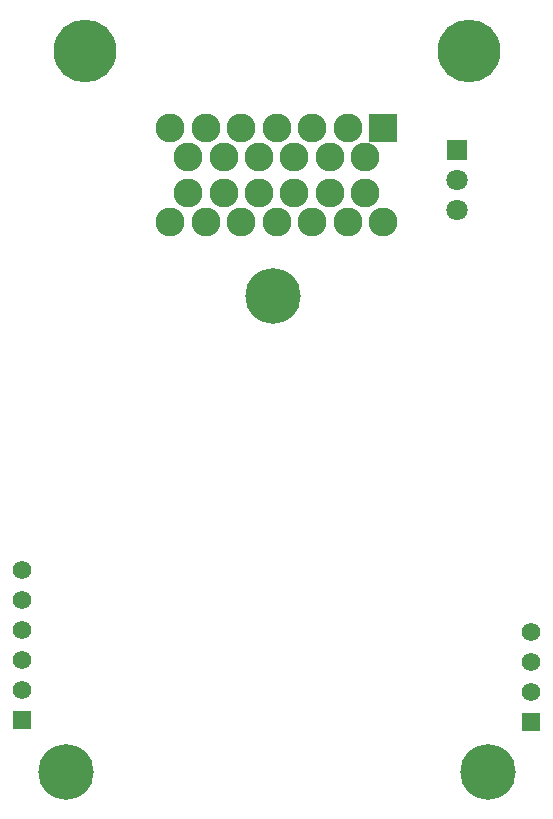
<source format=gbs>
G04*
G04 #@! TF.GenerationSoftware,Altium Limited,Altium Designer,23.8.1 (32)*
G04*
G04 Layer_Color=16711935*
%FSLAX25Y25*%
%MOIN*%
G70*
G04*
G04 #@! TF.SameCoordinates,823993F6-8BEF-49D6-9206-44A6C2E96FBA*
G04*
G04*
G04 #@! TF.FilePolarity,Negative*
G04*
G01*
G75*
%ADD44R,0.06194X0.06194*%
%ADD45C,0.06194*%
%ADD46R,0.07119X0.07119*%
%ADD47C,0.07119*%
%ADD48C,0.18517*%
%ADD49R,0.09658X0.09658*%
%ADD50C,0.09658*%
%ADD51C,0.20879*%
D44*
X467500Y310500D02*
D03*
X298000Y311000D02*
D03*
D45*
X467500Y320500D02*
D03*
Y330500D02*
D03*
Y340500D02*
D03*
X298000Y361000D02*
D03*
Y351000D02*
D03*
Y341000D02*
D03*
Y331000D02*
D03*
Y321000D02*
D03*
D46*
X443000Y501000D02*
D03*
D47*
Y491000D02*
D03*
Y481000D02*
D03*
D48*
X381496Y452500D02*
D03*
X453075Y293862D02*
D03*
X312488D02*
D03*
D49*
X418181Y508500D02*
D03*
D50*
X406370D02*
D03*
X394559D02*
D03*
X382748D02*
D03*
X370937D02*
D03*
X359126D02*
D03*
X347315D02*
D03*
X353221Y498658D02*
D03*
X365032D02*
D03*
X376842D02*
D03*
X388653D02*
D03*
X400465D02*
D03*
X412276D02*
D03*
Y486846D02*
D03*
X400465D02*
D03*
X388653D02*
D03*
X376842D02*
D03*
X365032D02*
D03*
X353221D02*
D03*
X347315Y477004D02*
D03*
X359126D02*
D03*
X370937D02*
D03*
X382748D02*
D03*
X394559D02*
D03*
X406370D02*
D03*
X418181D02*
D03*
D51*
X446724Y534091D02*
D03*
X318772D02*
D03*
M02*

</source>
